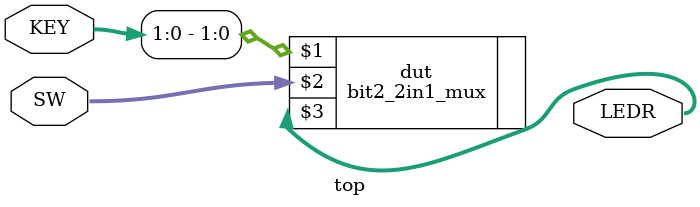
<source format=v>
module top (SW, KEY, LEDR);

    input wire [9:0] SW;        // DE-series switches
    input wire [3:0] KEY;       // DE-series pushbuttons

    output wire [9:0] LEDR;     // DE-series LEDs   

    bit2_2in1_mux dut (KEY[1:0], SW, LEDR);
 
endmodule


</source>
